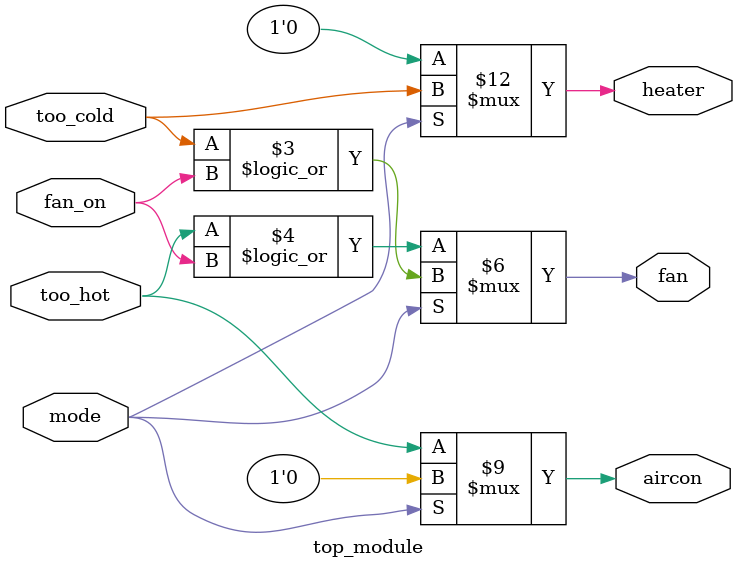
<source format=sv>
module top_module(
    input mode,
    input too_cold, 
    input too_hot,
    input fan_on,
    output reg heater,
    output reg aircon,
    output reg fan
);

always @(*) begin
    if (mode == 1'b1) begin // Heating mode
        heater = too_cold;
        aircon = 1'b0;
        fan = heater || fan_on;
    end
    else begin // Cooling mode
        heater = 1'b0;
        aircon = too_hot;
        fan = aircon || fan_on;
    end
end

endmodule

</source>
